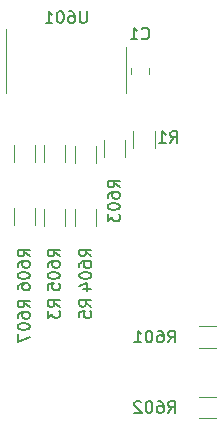
<source format=gbr>
%TF.GenerationSoftware,KiCad,Pcbnew,(6.0.8-1)-1*%
%TF.CreationDate,2022-10-16T10:23:05+02:00*%
%TF.ProjectId,HP6632B_relay_board,48503636-3332-4425-9f72-656c61795f62,rev?*%
%TF.SameCoordinates,Original*%
%TF.FileFunction,Legend,Bot*%
%TF.FilePolarity,Positive*%
%FSLAX46Y46*%
G04 Gerber Fmt 4.6, Leading zero omitted, Abs format (unit mm)*
G04 Created by KiCad (PCBNEW (6.0.8-1)-1) date 2022-10-16 10:23:05*
%MOMM*%
%LPD*%
G01*
G04 APERTURE LIST*
%ADD10C,0.150000*%
%ADD11C,0.120000*%
G04 APERTURE END LIST*
D10*
%TO.C,R606*%
X93543380Y-64285952D02*
X93067190Y-63952619D01*
X93543380Y-63714523D02*
X92543380Y-63714523D01*
X92543380Y-64095476D01*
X92591000Y-64190714D01*
X92638619Y-64238333D01*
X92733857Y-64285952D01*
X92876714Y-64285952D01*
X92971952Y-64238333D01*
X93019571Y-64190714D01*
X93067190Y-64095476D01*
X93067190Y-63714523D01*
X92543380Y-65143095D02*
X92543380Y-64952619D01*
X92591000Y-64857380D01*
X92638619Y-64809761D01*
X92781476Y-64714523D01*
X92971952Y-64666904D01*
X93352904Y-64666904D01*
X93448142Y-64714523D01*
X93495761Y-64762142D01*
X93543380Y-64857380D01*
X93543380Y-65047857D01*
X93495761Y-65143095D01*
X93448142Y-65190714D01*
X93352904Y-65238333D01*
X93114809Y-65238333D01*
X93019571Y-65190714D01*
X92971952Y-65143095D01*
X92924333Y-65047857D01*
X92924333Y-64857380D01*
X92971952Y-64762142D01*
X93019571Y-64714523D01*
X93114809Y-64666904D01*
X92543380Y-65857380D02*
X92543380Y-65952619D01*
X92591000Y-66047857D01*
X92638619Y-66095476D01*
X92733857Y-66143095D01*
X92924333Y-66190714D01*
X93162428Y-66190714D01*
X93352904Y-66143095D01*
X93448142Y-66095476D01*
X93495761Y-66047857D01*
X93543380Y-65952619D01*
X93543380Y-65857380D01*
X93495761Y-65762142D01*
X93448142Y-65714523D01*
X93352904Y-65666904D01*
X93162428Y-65619285D01*
X92924333Y-65619285D01*
X92733857Y-65666904D01*
X92638619Y-65714523D01*
X92591000Y-65762142D01*
X92543380Y-65857380D01*
X92543380Y-67047857D02*
X92543380Y-66857380D01*
X92591000Y-66762142D01*
X92638619Y-66714523D01*
X92781476Y-66619285D01*
X92971952Y-66571666D01*
X93352904Y-66571666D01*
X93448142Y-66619285D01*
X93495761Y-66666904D01*
X93543380Y-66762142D01*
X93543380Y-66952619D01*
X93495761Y-67047857D01*
X93448142Y-67095476D01*
X93352904Y-67143095D01*
X93114809Y-67143095D01*
X93019571Y-67095476D01*
X92971952Y-67047857D01*
X92924333Y-66952619D01*
X92924333Y-66762142D01*
X92971952Y-66666904D01*
X93019571Y-66619285D01*
X93114809Y-66571666D01*
%TO.C,R3*%
X96083380Y-68540333D02*
X95607190Y-68207000D01*
X96083380Y-67968904D02*
X95083380Y-67968904D01*
X95083380Y-68349857D01*
X95131000Y-68445095D01*
X95178619Y-68492714D01*
X95273857Y-68540333D01*
X95416714Y-68540333D01*
X95511952Y-68492714D01*
X95559571Y-68445095D01*
X95607190Y-68349857D01*
X95607190Y-67968904D01*
X95083380Y-68873666D02*
X95083380Y-69492714D01*
X95464333Y-69159380D01*
X95464333Y-69302238D01*
X95511952Y-69397476D01*
X95559571Y-69445095D01*
X95654809Y-69492714D01*
X95892904Y-69492714D01*
X95988142Y-69445095D01*
X96035761Y-69397476D01*
X96083380Y-69302238D01*
X96083380Y-69016523D01*
X96035761Y-68921285D01*
X95988142Y-68873666D01*
%TO.C,R601*%
X105259047Y-71572380D02*
X105592380Y-71096190D01*
X105830476Y-71572380D02*
X105830476Y-70572380D01*
X105449523Y-70572380D01*
X105354285Y-70620000D01*
X105306666Y-70667619D01*
X105259047Y-70762857D01*
X105259047Y-70905714D01*
X105306666Y-71000952D01*
X105354285Y-71048571D01*
X105449523Y-71096190D01*
X105830476Y-71096190D01*
X104401904Y-70572380D02*
X104592380Y-70572380D01*
X104687619Y-70620000D01*
X104735238Y-70667619D01*
X104830476Y-70810476D01*
X104878095Y-71000952D01*
X104878095Y-71381904D01*
X104830476Y-71477142D01*
X104782857Y-71524761D01*
X104687619Y-71572380D01*
X104497142Y-71572380D01*
X104401904Y-71524761D01*
X104354285Y-71477142D01*
X104306666Y-71381904D01*
X104306666Y-71143809D01*
X104354285Y-71048571D01*
X104401904Y-71000952D01*
X104497142Y-70953333D01*
X104687619Y-70953333D01*
X104782857Y-71000952D01*
X104830476Y-71048571D01*
X104878095Y-71143809D01*
X103687619Y-70572380D02*
X103592380Y-70572380D01*
X103497142Y-70620000D01*
X103449523Y-70667619D01*
X103401904Y-70762857D01*
X103354285Y-70953333D01*
X103354285Y-71191428D01*
X103401904Y-71381904D01*
X103449523Y-71477142D01*
X103497142Y-71524761D01*
X103592380Y-71572380D01*
X103687619Y-71572380D01*
X103782857Y-71524761D01*
X103830476Y-71477142D01*
X103878095Y-71381904D01*
X103925714Y-71191428D01*
X103925714Y-70953333D01*
X103878095Y-70762857D01*
X103830476Y-70667619D01*
X103782857Y-70620000D01*
X103687619Y-70572380D01*
X102401904Y-71572380D02*
X102973333Y-71572380D01*
X102687619Y-71572380D02*
X102687619Y-70572380D01*
X102782857Y-70715238D01*
X102878095Y-70810476D01*
X102973333Y-70858095D01*
%TO.C,R604*%
X98750380Y-64285952D02*
X98274190Y-63952619D01*
X98750380Y-63714523D02*
X97750380Y-63714523D01*
X97750380Y-64095476D01*
X97798000Y-64190714D01*
X97845619Y-64238333D01*
X97940857Y-64285952D01*
X98083714Y-64285952D01*
X98178952Y-64238333D01*
X98226571Y-64190714D01*
X98274190Y-64095476D01*
X98274190Y-63714523D01*
X97750380Y-65143095D02*
X97750380Y-64952619D01*
X97798000Y-64857380D01*
X97845619Y-64809761D01*
X97988476Y-64714523D01*
X98178952Y-64666904D01*
X98559904Y-64666904D01*
X98655142Y-64714523D01*
X98702761Y-64762142D01*
X98750380Y-64857380D01*
X98750380Y-65047857D01*
X98702761Y-65143095D01*
X98655142Y-65190714D01*
X98559904Y-65238333D01*
X98321809Y-65238333D01*
X98226571Y-65190714D01*
X98178952Y-65143095D01*
X98131333Y-65047857D01*
X98131333Y-64857380D01*
X98178952Y-64762142D01*
X98226571Y-64714523D01*
X98321809Y-64666904D01*
X97750380Y-65857380D02*
X97750380Y-65952619D01*
X97798000Y-66047857D01*
X97845619Y-66095476D01*
X97940857Y-66143095D01*
X98131333Y-66190714D01*
X98369428Y-66190714D01*
X98559904Y-66143095D01*
X98655142Y-66095476D01*
X98702761Y-66047857D01*
X98750380Y-65952619D01*
X98750380Y-65857380D01*
X98702761Y-65762142D01*
X98655142Y-65714523D01*
X98559904Y-65666904D01*
X98369428Y-65619285D01*
X98131333Y-65619285D01*
X97940857Y-65666904D01*
X97845619Y-65714523D01*
X97798000Y-65762142D01*
X97750380Y-65857380D01*
X98083714Y-67047857D02*
X98750380Y-67047857D01*
X97702761Y-66809761D02*
X98417047Y-66571666D01*
X98417047Y-67190714D01*
%TO.C,R5*%
X98750380Y-68540333D02*
X98274190Y-68207000D01*
X98750380Y-67968904D02*
X97750380Y-67968904D01*
X97750380Y-68349857D01*
X97798000Y-68445095D01*
X97845619Y-68492714D01*
X97940857Y-68540333D01*
X98083714Y-68540333D01*
X98178952Y-68492714D01*
X98226571Y-68445095D01*
X98274190Y-68349857D01*
X98274190Y-67968904D01*
X97750380Y-69445095D02*
X97750380Y-68968904D01*
X98226571Y-68921285D01*
X98178952Y-68968904D01*
X98131333Y-69064142D01*
X98131333Y-69302238D01*
X98178952Y-69397476D01*
X98226571Y-69445095D01*
X98321809Y-69492714D01*
X98559904Y-69492714D01*
X98655142Y-69445095D01*
X98702761Y-69397476D01*
X98750380Y-69302238D01*
X98750380Y-69064142D01*
X98702761Y-68968904D01*
X98655142Y-68921285D01*
%TO.C,R605*%
X96083380Y-64285952D02*
X95607190Y-63952619D01*
X96083380Y-63714523D02*
X95083380Y-63714523D01*
X95083380Y-64095476D01*
X95131000Y-64190714D01*
X95178619Y-64238333D01*
X95273857Y-64285952D01*
X95416714Y-64285952D01*
X95511952Y-64238333D01*
X95559571Y-64190714D01*
X95607190Y-64095476D01*
X95607190Y-63714523D01*
X95083380Y-65143095D02*
X95083380Y-64952619D01*
X95131000Y-64857380D01*
X95178619Y-64809761D01*
X95321476Y-64714523D01*
X95511952Y-64666904D01*
X95892904Y-64666904D01*
X95988142Y-64714523D01*
X96035761Y-64762142D01*
X96083380Y-64857380D01*
X96083380Y-65047857D01*
X96035761Y-65143095D01*
X95988142Y-65190714D01*
X95892904Y-65238333D01*
X95654809Y-65238333D01*
X95559571Y-65190714D01*
X95511952Y-65143095D01*
X95464333Y-65047857D01*
X95464333Y-64857380D01*
X95511952Y-64762142D01*
X95559571Y-64714523D01*
X95654809Y-64666904D01*
X95083380Y-65857380D02*
X95083380Y-65952619D01*
X95131000Y-66047857D01*
X95178619Y-66095476D01*
X95273857Y-66143095D01*
X95464333Y-66190714D01*
X95702428Y-66190714D01*
X95892904Y-66143095D01*
X95988142Y-66095476D01*
X96035761Y-66047857D01*
X96083380Y-65952619D01*
X96083380Y-65857380D01*
X96035761Y-65762142D01*
X95988142Y-65714523D01*
X95892904Y-65666904D01*
X95702428Y-65619285D01*
X95464333Y-65619285D01*
X95273857Y-65666904D01*
X95178619Y-65714523D01*
X95131000Y-65762142D01*
X95083380Y-65857380D01*
X95083380Y-67095476D02*
X95083380Y-66619285D01*
X95559571Y-66571666D01*
X95511952Y-66619285D01*
X95464333Y-66714523D01*
X95464333Y-66952619D01*
X95511952Y-67047857D01*
X95559571Y-67095476D01*
X95654809Y-67143095D01*
X95892904Y-67143095D01*
X95988142Y-67095476D01*
X96035761Y-67047857D01*
X96083380Y-66952619D01*
X96083380Y-66714523D01*
X96035761Y-66619285D01*
X95988142Y-66571666D01*
%TO.C,U601*%
X98361285Y-43521380D02*
X98361285Y-44330904D01*
X98313666Y-44426142D01*
X98266047Y-44473761D01*
X98170809Y-44521380D01*
X97980333Y-44521380D01*
X97885095Y-44473761D01*
X97837476Y-44426142D01*
X97789857Y-44330904D01*
X97789857Y-43521380D01*
X96885095Y-43521380D02*
X97075571Y-43521380D01*
X97170809Y-43569000D01*
X97218428Y-43616619D01*
X97313666Y-43759476D01*
X97361285Y-43949952D01*
X97361285Y-44330904D01*
X97313666Y-44426142D01*
X97266047Y-44473761D01*
X97170809Y-44521380D01*
X96980333Y-44521380D01*
X96885095Y-44473761D01*
X96837476Y-44426142D01*
X96789857Y-44330904D01*
X96789857Y-44092809D01*
X96837476Y-43997571D01*
X96885095Y-43949952D01*
X96980333Y-43902333D01*
X97170809Y-43902333D01*
X97266047Y-43949952D01*
X97313666Y-43997571D01*
X97361285Y-44092809D01*
X96170809Y-43521380D02*
X96075571Y-43521380D01*
X95980333Y-43569000D01*
X95932714Y-43616619D01*
X95885095Y-43711857D01*
X95837476Y-43902333D01*
X95837476Y-44140428D01*
X95885095Y-44330904D01*
X95932714Y-44426142D01*
X95980333Y-44473761D01*
X96075571Y-44521380D01*
X96170809Y-44521380D01*
X96266047Y-44473761D01*
X96313666Y-44426142D01*
X96361285Y-44330904D01*
X96408904Y-44140428D01*
X96408904Y-43902333D01*
X96361285Y-43711857D01*
X96313666Y-43616619D01*
X96266047Y-43569000D01*
X96170809Y-43521380D01*
X94885095Y-44521380D02*
X95456523Y-44521380D01*
X95170809Y-44521380D02*
X95170809Y-43521380D01*
X95266047Y-43664238D01*
X95361285Y-43759476D01*
X95456523Y-43807095D01*
%TO.C,R602*%
X105259047Y-77541380D02*
X105592380Y-77065190D01*
X105830476Y-77541380D02*
X105830476Y-76541380D01*
X105449523Y-76541380D01*
X105354285Y-76589000D01*
X105306666Y-76636619D01*
X105259047Y-76731857D01*
X105259047Y-76874714D01*
X105306666Y-76969952D01*
X105354285Y-77017571D01*
X105449523Y-77065190D01*
X105830476Y-77065190D01*
X104401904Y-76541380D02*
X104592380Y-76541380D01*
X104687619Y-76589000D01*
X104735238Y-76636619D01*
X104830476Y-76779476D01*
X104878095Y-76969952D01*
X104878095Y-77350904D01*
X104830476Y-77446142D01*
X104782857Y-77493761D01*
X104687619Y-77541380D01*
X104497142Y-77541380D01*
X104401904Y-77493761D01*
X104354285Y-77446142D01*
X104306666Y-77350904D01*
X104306666Y-77112809D01*
X104354285Y-77017571D01*
X104401904Y-76969952D01*
X104497142Y-76922333D01*
X104687619Y-76922333D01*
X104782857Y-76969952D01*
X104830476Y-77017571D01*
X104878095Y-77112809D01*
X103687619Y-76541380D02*
X103592380Y-76541380D01*
X103497142Y-76589000D01*
X103449523Y-76636619D01*
X103401904Y-76731857D01*
X103354285Y-76922333D01*
X103354285Y-77160428D01*
X103401904Y-77350904D01*
X103449523Y-77446142D01*
X103497142Y-77493761D01*
X103592380Y-77541380D01*
X103687619Y-77541380D01*
X103782857Y-77493761D01*
X103830476Y-77446142D01*
X103878095Y-77350904D01*
X103925714Y-77160428D01*
X103925714Y-76922333D01*
X103878095Y-76731857D01*
X103830476Y-76636619D01*
X103782857Y-76589000D01*
X103687619Y-76541380D01*
X102973333Y-76636619D02*
X102925714Y-76589000D01*
X102830476Y-76541380D01*
X102592380Y-76541380D01*
X102497142Y-76589000D01*
X102449523Y-76636619D01*
X102401904Y-76731857D01*
X102401904Y-76827095D01*
X102449523Y-76969952D01*
X103020952Y-77541380D01*
X102401904Y-77541380D01*
%TO.C,C1*%
X103036666Y-45823142D02*
X103084285Y-45870761D01*
X103227142Y-45918380D01*
X103322380Y-45918380D01*
X103465238Y-45870761D01*
X103560476Y-45775523D01*
X103608095Y-45680285D01*
X103655714Y-45489809D01*
X103655714Y-45346952D01*
X103608095Y-45156476D01*
X103560476Y-45061238D01*
X103465238Y-44966000D01*
X103322380Y-44918380D01*
X103227142Y-44918380D01*
X103084285Y-44966000D01*
X103036666Y-45013619D01*
X102084285Y-45918380D02*
X102655714Y-45918380D01*
X102370000Y-45918380D02*
X102370000Y-44918380D01*
X102465238Y-45061238D01*
X102560476Y-45156476D01*
X102655714Y-45204095D01*
%TO.C,R603*%
X101163380Y-58443952D02*
X100687190Y-58110619D01*
X101163380Y-57872523D02*
X100163380Y-57872523D01*
X100163380Y-58253476D01*
X100211000Y-58348714D01*
X100258619Y-58396333D01*
X100353857Y-58443952D01*
X100496714Y-58443952D01*
X100591952Y-58396333D01*
X100639571Y-58348714D01*
X100687190Y-58253476D01*
X100687190Y-57872523D01*
X100163380Y-59301095D02*
X100163380Y-59110619D01*
X100211000Y-59015380D01*
X100258619Y-58967761D01*
X100401476Y-58872523D01*
X100591952Y-58824904D01*
X100972904Y-58824904D01*
X101068142Y-58872523D01*
X101115761Y-58920142D01*
X101163380Y-59015380D01*
X101163380Y-59205857D01*
X101115761Y-59301095D01*
X101068142Y-59348714D01*
X100972904Y-59396333D01*
X100734809Y-59396333D01*
X100639571Y-59348714D01*
X100591952Y-59301095D01*
X100544333Y-59205857D01*
X100544333Y-59015380D01*
X100591952Y-58920142D01*
X100639571Y-58872523D01*
X100734809Y-58824904D01*
X100163380Y-60015380D02*
X100163380Y-60110619D01*
X100211000Y-60205857D01*
X100258619Y-60253476D01*
X100353857Y-60301095D01*
X100544333Y-60348714D01*
X100782428Y-60348714D01*
X100972904Y-60301095D01*
X101068142Y-60253476D01*
X101115761Y-60205857D01*
X101163380Y-60110619D01*
X101163380Y-60015380D01*
X101115761Y-59920142D01*
X101068142Y-59872523D01*
X100972904Y-59824904D01*
X100782428Y-59777285D01*
X100544333Y-59777285D01*
X100353857Y-59824904D01*
X100258619Y-59872523D01*
X100211000Y-59920142D01*
X100163380Y-60015380D01*
X100163380Y-60682047D02*
X100163380Y-61301095D01*
X100544333Y-60967761D01*
X100544333Y-61110619D01*
X100591952Y-61205857D01*
X100639571Y-61253476D01*
X100734809Y-61301095D01*
X100972904Y-61301095D01*
X101068142Y-61253476D01*
X101115761Y-61205857D01*
X101163380Y-61110619D01*
X101163380Y-60824904D01*
X101115761Y-60729666D01*
X101068142Y-60682047D01*
%TO.C,R607*%
X93543380Y-68603952D02*
X93067190Y-68270619D01*
X93543380Y-68032523D02*
X92543380Y-68032523D01*
X92543380Y-68413476D01*
X92591000Y-68508714D01*
X92638619Y-68556333D01*
X92733857Y-68603952D01*
X92876714Y-68603952D01*
X92971952Y-68556333D01*
X93019571Y-68508714D01*
X93067190Y-68413476D01*
X93067190Y-68032523D01*
X92543380Y-69461095D02*
X92543380Y-69270619D01*
X92591000Y-69175380D01*
X92638619Y-69127761D01*
X92781476Y-69032523D01*
X92971952Y-68984904D01*
X93352904Y-68984904D01*
X93448142Y-69032523D01*
X93495761Y-69080142D01*
X93543380Y-69175380D01*
X93543380Y-69365857D01*
X93495761Y-69461095D01*
X93448142Y-69508714D01*
X93352904Y-69556333D01*
X93114809Y-69556333D01*
X93019571Y-69508714D01*
X92971952Y-69461095D01*
X92924333Y-69365857D01*
X92924333Y-69175380D01*
X92971952Y-69080142D01*
X93019571Y-69032523D01*
X93114809Y-68984904D01*
X92543380Y-70175380D02*
X92543380Y-70270619D01*
X92591000Y-70365857D01*
X92638619Y-70413476D01*
X92733857Y-70461095D01*
X92924333Y-70508714D01*
X93162428Y-70508714D01*
X93352904Y-70461095D01*
X93448142Y-70413476D01*
X93495761Y-70365857D01*
X93543380Y-70270619D01*
X93543380Y-70175380D01*
X93495761Y-70080142D01*
X93448142Y-70032523D01*
X93352904Y-69984904D01*
X93162428Y-69937285D01*
X92924333Y-69937285D01*
X92733857Y-69984904D01*
X92638619Y-70032523D01*
X92591000Y-70080142D01*
X92543380Y-70175380D01*
X92543380Y-70842047D02*
X92543380Y-71508714D01*
X93543380Y-71080142D01*
%TO.C,R1*%
X105449666Y-54681380D02*
X105783000Y-54205190D01*
X106021095Y-54681380D02*
X106021095Y-53681380D01*
X105640142Y-53681380D01*
X105544904Y-53729000D01*
X105497285Y-53776619D01*
X105449666Y-53871857D01*
X105449666Y-54014714D01*
X105497285Y-54109952D01*
X105544904Y-54157571D01*
X105640142Y-54205190D01*
X106021095Y-54205190D01*
X104497285Y-54681380D02*
X105068714Y-54681380D01*
X104783000Y-54681380D02*
X104783000Y-53681380D01*
X104878238Y-53824238D01*
X104973476Y-53919476D01*
X105068714Y-53967095D01*
D11*
%TO.C,R606*%
X92206400Y-54848136D02*
X92206400Y-56302264D01*
X94026400Y-54848136D02*
X94026400Y-56302264D01*
%TO.C,R3*%
X96566400Y-60232936D02*
X96566400Y-61687064D01*
X94746400Y-60232936D02*
X94746400Y-61687064D01*
%TO.C,R601*%
X109312064Y-70210000D02*
X107857936Y-70210000D01*
X109312064Y-72030000D02*
X107857936Y-72030000D01*
%TO.C,R604*%
X97337200Y-54898936D02*
X97337200Y-56353064D01*
X99157200Y-54898936D02*
X99157200Y-56353064D01*
%TO.C,R5*%
X99157200Y-61687064D02*
X99157200Y-60232936D01*
X97337200Y-61687064D02*
X97337200Y-60232936D01*
%TO.C,R605*%
X94746400Y-54874136D02*
X94746400Y-56328264D01*
X96566400Y-54874136D02*
X96566400Y-56328264D01*
%TO.C,U601*%
X101656200Y-48514000D02*
X101656200Y-50464000D01*
X91536200Y-48514000D02*
X91536200Y-45064000D01*
X91536200Y-48514000D02*
X91536200Y-50464000D01*
X101656200Y-48514000D02*
X101656200Y-46564000D01*
%TO.C,R602*%
X109312064Y-76153600D02*
X107857936Y-76153600D01*
X109312064Y-77973600D02*
X107857936Y-77973600D01*
%TO.C,C1*%
X102135000Y-48826052D02*
X102135000Y-48303548D01*
X103605000Y-48826052D02*
X103605000Y-48303548D01*
%TO.C,R603*%
X101646400Y-54441736D02*
X101646400Y-55895864D01*
X99826400Y-54441736D02*
X99826400Y-55895864D01*
%TO.C,R607*%
X92206400Y-60182136D02*
X92206400Y-61636264D01*
X94026400Y-60182136D02*
X94026400Y-61636264D01*
%TO.C,R1*%
X104135600Y-55083064D02*
X104135600Y-53628936D01*
X102315600Y-55083064D02*
X102315600Y-53628936D01*
%TD*%
M02*

</source>
